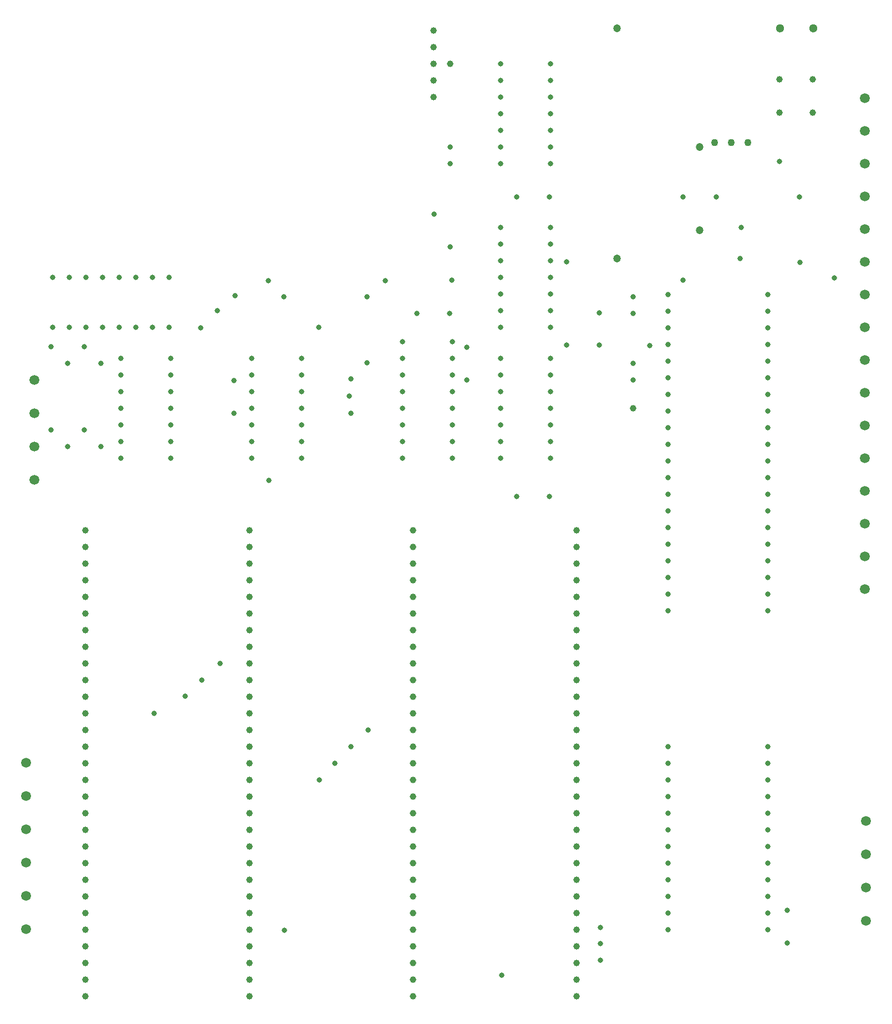
<source format=gbr>
%TF.GenerationSoftware,KiCad,Pcbnew,5.1.10*%
%TF.CreationDate,2021-11-29T06:36:33+01:00*%
%TF.ProjectId,Tiny2k,54696e79-326b-42e6-9b69-6361645f7063,rev?*%
%TF.SameCoordinates,Original*%
%TF.FileFunction,Plated,1,2,PTH,Drill*%
%TF.FilePolarity,Positive*%
%FSLAX46Y46*%
G04 Gerber Fmt 4.6, Leading zero omitted, Abs format (unit mm)*
G04 Created by KiCad (PCBNEW 5.1.10) date 2021-11-29 06:36:33*
%MOMM*%
%LPD*%
G01*
G04 APERTURE LIST*
%TA.AperFunction,ComponentDrill*%
%ADD10C,0.800000*%
%TD*%
%TA.AperFunction,ViaDrill*%
%ADD11C,0.800000*%
%TD*%
%TA.AperFunction,ComponentDrill*%
%ADD12C,1.000000*%
%TD*%
%TA.AperFunction,ComponentDrill*%
%ADD13C,1.100000*%
%TD*%
%TA.AperFunction,ComponentDrill*%
%ADD14C,1.200000*%
%TD*%
%TA.AperFunction,ComponentDrill*%
%ADD15C,1.300000*%
%TD*%
%TA.AperFunction,ComponentDrill*%
%ADD16C,1.500000*%
%TD*%
%TA.AperFunction,ComponentDrill*%
%ADD17C,1.520000*%
%TD*%
G04 APERTURE END LIST*
D10*
%TO.C,R10*%
X31750000Y-74930000D03*
X31750000Y-87630000D03*
%TO.C,U8*%
X32000000Y-64380000D03*
X32000000Y-72000000D03*
%TO.C,R9*%
X34290000Y-77470000D03*
X34290000Y-90170000D03*
%TO.C,U8*%
X34540000Y-64380000D03*
X34540000Y-72000000D03*
%TO.C,R8*%
X36830000Y-74930000D03*
X36830000Y-87630000D03*
%TO.C,U8*%
X37080000Y-64380000D03*
X37080000Y-72000000D03*
%TO.C,R11*%
X39370000Y-77470000D03*
X39370000Y-90170000D03*
%TO.C,U8*%
X39620000Y-64380000D03*
X39620000Y-72000000D03*
X42160000Y-64380000D03*
X42160000Y-72000000D03*
%TO.C,U13*%
X42380000Y-76760000D03*
X42380000Y-79300000D03*
X42380000Y-81840000D03*
X42380000Y-84380000D03*
X42380000Y-86920000D03*
X42380000Y-89460000D03*
X42380000Y-92000000D03*
%TO.C,U8*%
X44700000Y-64380000D03*
X44700000Y-72000000D03*
X47240000Y-64380000D03*
X47240000Y-72000000D03*
%TD*%
D11*
X47460000Y-130940000D03*
D10*
%TO.C,U8*%
X49780000Y-64380000D03*
X49780000Y-72000000D03*
%TO.C,U13*%
X50000000Y-76760000D03*
X50000000Y-79300000D03*
X50000000Y-81840000D03*
X50000000Y-84380000D03*
X50000000Y-86920000D03*
X50000000Y-89460000D03*
X50000000Y-92000000D03*
%TD*%
D11*
X52200000Y-128300000D03*
X54600000Y-72100000D03*
X54760000Y-125860000D03*
X57100000Y-69500000D03*
X57580000Y-123320000D03*
D10*
%TO.C,C8*%
X59690000Y-80090000D03*
X59690000Y-85090000D03*
%TD*%
D11*
X59800000Y-67200000D03*
D10*
%TO.C,U12*%
X62380000Y-76760000D03*
X62380000Y-79300000D03*
X62380000Y-81840000D03*
X62380000Y-84380000D03*
X62380000Y-86920000D03*
X62380000Y-89460000D03*
X62380000Y-92000000D03*
%TD*%
D11*
X64900000Y-64900000D03*
X65000000Y-95400000D03*
D10*
%TO.C,R7*%
X67310000Y-67310000D03*
%TD*%
D11*
X67400000Y-164000000D03*
D10*
%TO.C,U12*%
X70000000Y-76760000D03*
X70000000Y-79300000D03*
X70000000Y-81840000D03*
X70000000Y-84380000D03*
X70000000Y-86920000D03*
X70000000Y-89460000D03*
X70000000Y-92000000D03*
%TD*%
D11*
X72600000Y-72000000D03*
X72700000Y-141100000D03*
X75100000Y-138560000D03*
X77300000Y-82500000D03*
X77500000Y-79900000D03*
X77500000Y-85100000D03*
X77500000Y-136000000D03*
X80000000Y-77400000D03*
D10*
%TO.C,R7*%
X80010000Y-67310000D03*
%TD*%
D11*
X80180000Y-133480000D03*
X82800000Y-64900000D03*
D10*
%TO.C,U5*%
X85380000Y-74220000D03*
X85380000Y-76760000D03*
X85380000Y-79300000D03*
X85380000Y-81840000D03*
X85380000Y-84380000D03*
X85380000Y-86920000D03*
X85380000Y-89460000D03*
X85380000Y-92000000D03*
%TO.C,C6*%
X87630000Y-69850000D03*
%TD*%
D11*
X90200000Y-54700000D03*
D10*
%TO.C,C6*%
X92630000Y-69850000D03*
%TO.C,R6*%
X92710000Y-31750000D03*
X92710000Y-44450000D03*
%TO.C,R5*%
X92710000Y-46990000D03*
X92710000Y-59690000D03*
%TD*%
D11*
X92900000Y-64800000D03*
D10*
%TO.C,U5*%
X93000000Y-74220000D03*
X93000000Y-76760000D03*
X93000000Y-79300000D03*
X93000000Y-81840000D03*
X93000000Y-84380000D03*
X93000000Y-86920000D03*
X93000000Y-89460000D03*
X93000000Y-92000000D03*
%TO.C,C9*%
X95250000Y-75010000D03*
X95250000Y-80010000D03*
%TO.C,U11*%
X100380000Y-31760000D03*
X100380000Y-34300000D03*
X100380000Y-36840000D03*
X100380000Y-39380000D03*
X100380000Y-41920000D03*
X100380000Y-44460000D03*
X100380000Y-47000000D03*
%TO.C,U9*%
X100380000Y-56760000D03*
X100380000Y-59300000D03*
X100380000Y-61840000D03*
X100380000Y-64380000D03*
X100380000Y-66920000D03*
X100380000Y-69460000D03*
X100380000Y-72000000D03*
%TO.C,U10*%
X100380000Y-76760000D03*
X100380000Y-79300000D03*
X100380000Y-81840000D03*
X100380000Y-84380000D03*
X100380000Y-86920000D03*
X100380000Y-89460000D03*
X100380000Y-92000000D03*
%TD*%
D11*
X100600000Y-170900000D03*
D10*
%TO.C,C10*%
X102870000Y-52070000D03*
%TO.C,C7*%
X102870000Y-97790000D03*
%TO.C,C10*%
X107870000Y-52070000D03*
%TO.C,C7*%
X107870000Y-97790000D03*
%TO.C,U11*%
X108000000Y-31760000D03*
X108000000Y-34300000D03*
X108000000Y-36840000D03*
X108000000Y-39380000D03*
X108000000Y-41920000D03*
X108000000Y-44460000D03*
X108000000Y-47000000D03*
%TO.C,U9*%
X108000000Y-56760000D03*
X108000000Y-59300000D03*
X108000000Y-61840000D03*
X108000000Y-64380000D03*
X108000000Y-66920000D03*
X108000000Y-69460000D03*
X108000000Y-72000000D03*
%TO.C,U10*%
X108000000Y-76760000D03*
X108000000Y-79300000D03*
X108000000Y-81840000D03*
X108000000Y-84380000D03*
X108000000Y-86920000D03*
X108000000Y-89460000D03*
X108000000Y-92000000D03*
%TO.C,R3*%
X110490000Y-62000000D03*
X110490000Y-74700000D03*
%TO.C,Q1*%
X115500000Y-69800000D03*
X115500000Y-74700000D03*
%TD*%
D11*
X115600000Y-163600000D03*
X115600000Y-166100000D03*
X115600000Y-168600000D03*
D10*
%TO.C,C2*%
X120650000Y-67350000D03*
X120650000Y-69850000D03*
%TO.C,C1*%
X120650000Y-77510000D03*
X120650000Y-80010000D03*
%TD*%
D11*
X123200000Y-74800000D03*
D10*
%TO.C,U1*%
X126000000Y-67000000D03*
X126000000Y-69540000D03*
X126000000Y-72080000D03*
X126000000Y-74620000D03*
X126000000Y-77160000D03*
X126000000Y-79700000D03*
X126000000Y-82240000D03*
X126000000Y-84780000D03*
X126000000Y-87320000D03*
X126000000Y-89860000D03*
X126000000Y-92400000D03*
X126000000Y-94940000D03*
X126000000Y-97480000D03*
X126000000Y-100020000D03*
X126000000Y-102560000D03*
X126000000Y-105100000D03*
X126000000Y-107640000D03*
X126000000Y-110180000D03*
X126000000Y-112720000D03*
X126000000Y-115260000D03*
%TO.C,U6*%
X126000000Y-136000000D03*
X126000000Y-138540000D03*
X126000000Y-141080000D03*
X126000000Y-143620000D03*
X126000000Y-146160000D03*
X126000000Y-148700000D03*
X126000000Y-151240000D03*
X126000000Y-153780000D03*
X126000000Y-156320000D03*
X126000000Y-158860000D03*
X126000000Y-161400000D03*
X126000000Y-163940000D03*
%TO.C,R2*%
X128270000Y-52070000D03*
X128270000Y-64770000D03*
%TO.C,R4*%
X133350000Y-52070000D03*
%TD*%
D11*
X137000000Y-61500000D03*
X137100000Y-56800000D03*
D10*
%TO.C,U1*%
X141240000Y-67000000D03*
X141240000Y-69540000D03*
X141240000Y-72080000D03*
X141240000Y-74620000D03*
X141240000Y-77160000D03*
X141240000Y-79700000D03*
X141240000Y-82240000D03*
X141240000Y-84780000D03*
X141240000Y-87320000D03*
X141240000Y-89860000D03*
X141240000Y-92400000D03*
X141240000Y-94940000D03*
X141240000Y-97480000D03*
X141240000Y-100020000D03*
X141240000Y-102560000D03*
X141240000Y-105100000D03*
X141240000Y-107640000D03*
X141240000Y-110180000D03*
X141240000Y-112720000D03*
X141240000Y-115260000D03*
%TO.C,U6*%
X141240000Y-136000000D03*
X141240000Y-138540000D03*
X141240000Y-141080000D03*
X141240000Y-143620000D03*
X141240000Y-146160000D03*
X141240000Y-148700000D03*
X141240000Y-151240000D03*
X141240000Y-153780000D03*
X141240000Y-156320000D03*
X141240000Y-158860000D03*
X141240000Y-161400000D03*
X141240000Y-163940000D03*
%TD*%
D11*
X143000000Y-46700000D03*
D10*
%TO.C,C11*%
X144200000Y-161000000D03*
X144200000Y-166000000D03*
%TO.C,R4*%
X146050000Y-52070000D03*
%TD*%
D11*
X146100000Y-62100000D03*
X151400000Y-64500000D03*
D12*
%TO.C,X6*%
X37000000Y-103000000D03*
X37000000Y-105540000D03*
X37000000Y-108080000D03*
X37000000Y-110620000D03*
X37000000Y-113160000D03*
X37000000Y-115700000D03*
X37000000Y-118240000D03*
X37000000Y-120780000D03*
X37000000Y-123320000D03*
X37000000Y-125860000D03*
X37000000Y-128400000D03*
X37000000Y-130940000D03*
X37000000Y-133480000D03*
X37000000Y-136020000D03*
X37000000Y-138560000D03*
X37000000Y-141100000D03*
X37000000Y-143640000D03*
X37000000Y-146180000D03*
X37000000Y-148720000D03*
X37000000Y-151260000D03*
X37000000Y-153800000D03*
X37000000Y-156340000D03*
X37000000Y-158880000D03*
X37000000Y-161420000D03*
X37000000Y-163960000D03*
X37000000Y-166500000D03*
X37000000Y-169040000D03*
X37000000Y-171580000D03*
X37000000Y-174120000D03*
%TO.C,X5*%
X62000000Y-103000000D03*
X62000000Y-105540000D03*
X62000000Y-108080000D03*
X62000000Y-110620000D03*
X62000000Y-113160000D03*
X62000000Y-115700000D03*
X62000000Y-118240000D03*
X62000000Y-120780000D03*
X62000000Y-123320000D03*
X62000000Y-125860000D03*
X62000000Y-128400000D03*
X62000000Y-130940000D03*
X62000000Y-133480000D03*
X62000000Y-136020000D03*
X62000000Y-138560000D03*
X62000000Y-141100000D03*
X62000000Y-143640000D03*
X62000000Y-146180000D03*
X62000000Y-148720000D03*
X62000000Y-151260000D03*
X62000000Y-153800000D03*
X62000000Y-156340000D03*
X62000000Y-158880000D03*
X62000000Y-161420000D03*
X62000000Y-163960000D03*
X62000000Y-166500000D03*
X62000000Y-169040000D03*
X62000000Y-171580000D03*
X62000000Y-174120000D03*
%TO.C,X4*%
X87000000Y-103000000D03*
X87000000Y-105540000D03*
X87000000Y-108080000D03*
X87000000Y-110620000D03*
X87000000Y-113160000D03*
X87000000Y-115700000D03*
X87000000Y-118240000D03*
X87000000Y-120780000D03*
X87000000Y-123320000D03*
X87000000Y-125860000D03*
X87000000Y-128400000D03*
X87000000Y-130940000D03*
X87000000Y-133480000D03*
X87000000Y-136020000D03*
X87000000Y-138560000D03*
X87000000Y-141100000D03*
X87000000Y-143640000D03*
X87000000Y-146180000D03*
X87000000Y-148720000D03*
X87000000Y-151260000D03*
X87000000Y-153800000D03*
X87000000Y-156340000D03*
X87000000Y-158880000D03*
X87000000Y-161420000D03*
X87000000Y-163960000D03*
X87000000Y-166500000D03*
X87000000Y-169040000D03*
X87000000Y-171580000D03*
X87000000Y-174120000D03*
%TO.C,D1*%
X90170000Y-26670000D03*
X90170000Y-29210000D03*
%TO.C,X8*%
X90170000Y-31750000D03*
%TO.C,D2*%
X90170000Y-34290000D03*
X90170000Y-36830000D03*
%TO.C,X8*%
X92710000Y-31750000D03*
%TO.C,X3*%
X112000000Y-103000000D03*
X112000000Y-105540000D03*
X112000000Y-108080000D03*
X112000000Y-110620000D03*
X112000000Y-113160000D03*
X112000000Y-115700000D03*
X112000000Y-118240000D03*
X112000000Y-120780000D03*
X112000000Y-123320000D03*
X112000000Y-125860000D03*
X112000000Y-128400000D03*
X112000000Y-130940000D03*
X112000000Y-133480000D03*
X112000000Y-136020000D03*
X112000000Y-138560000D03*
X112000000Y-141100000D03*
X112000000Y-143640000D03*
X112000000Y-146180000D03*
X112000000Y-148720000D03*
X112000000Y-151260000D03*
X112000000Y-153800000D03*
X112000000Y-156340000D03*
X112000000Y-158880000D03*
X112000000Y-161420000D03*
X112000000Y-163960000D03*
X112000000Y-166500000D03*
X112000000Y-169040000D03*
X112000000Y-171580000D03*
X112000000Y-174120000D03*
%TO.C,TP1*%
X120600000Y-84400000D03*
%TO.C,D3*%
X143000000Y-34120000D03*
X143000000Y-39200000D03*
X148080000Y-34120000D03*
X148080000Y-39200000D03*
D13*
%TO.C,U14*%
X133100000Y-43800000D03*
X135640000Y-43800000D03*
X138180000Y-43800000D03*
D14*
%TO.C,C5*%
X118200000Y-26400000D03*
X118200000Y-61480000D03*
%TO.C,R1*%
X130810000Y-44450000D03*
X130810000Y-57150000D03*
D15*
%TO.C,X1*%
X143100000Y-26400000D03*
X148100000Y-26400000D03*
D16*
%TO.C,X2*%
X156000000Y-37000000D03*
X156000000Y-42000000D03*
X156000000Y-47000000D03*
X156000000Y-52000000D03*
X156000000Y-57000000D03*
X156000000Y-62000000D03*
X156000000Y-67000000D03*
X156000000Y-72000000D03*
X156000000Y-77000000D03*
X156000000Y-82000000D03*
X156000000Y-87000000D03*
X156000000Y-92000000D03*
X156000000Y-97000000D03*
X156000000Y-102000000D03*
X156000000Y-107000000D03*
X156000000Y-112000000D03*
D17*
%TO.C,X72*%
X27940000Y-138430000D03*
X27940000Y-143510000D03*
X27940000Y-148590000D03*
X27940000Y-153670000D03*
X27940000Y-158750000D03*
X27940000Y-163830000D03*
%TO.C,X71*%
X29210000Y-80010000D03*
X29210000Y-85090000D03*
X29210000Y-90170000D03*
X29210000Y-95250000D03*
%TO.C,X9*%
X156210000Y-147320000D03*
X156210000Y-152400000D03*
X156210000Y-157480000D03*
X156210000Y-162560000D03*
M02*

</source>
